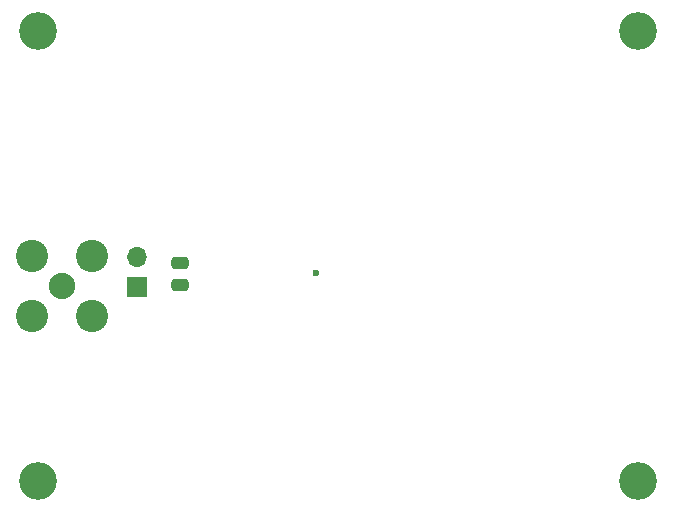
<source format=gbr>
%TF.GenerationSoftware,KiCad,Pcbnew,8.0.1*%
%TF.CreationDate,2024-06-16T17:47:39-07:00*%
%TF.ProjectId,eddy_pcb_coil,65646479-5f70-4636-925f-636f696c2e6b,rev?*%
%TF.SameCoordinates,Original*%
%TF.FileFunction,Soldermask,Top*%
%TF.FilePolarity,Negative*%
%FSLAX46Y46*%
G04 Gerber Fmt 4.6, Leading zero omitted, Abs format (unit mm)*
G04 Created by KiCad (PCBNEW 8.0.1) date 2024-06-16 17:47:39*
%MOMM*%
%LPD*%
G01*
G04 APERTURE LIST*
G04 Aperture macros list*
%AMRoundRect*
0 Rectangle with rounded corners*
0 $1 Rounding radius*
0 $2 $3 $4 $5 $6 $7 $8 $9 X,Y pos of 4 corners*
0 Add a 4 corners polygon primitive as box body*
4,1,4,$2,$3,$4,$5,$6,$7,$8,$9,$2,$3,0*
0 Add four circle primitives for the rounded corners*
1,1,$1+$1,$2,$3*
1,1,$1+$1,$4,$5*
1,1,$1+$1,$6,$7*
1,1,$1+$1,$8,$9*
0 Add four rect primitives between the rounded corners*
20,1,$1+$1,$2,$3,$4,$5,0*
20,1,$1+$1,$4,$5,$6,$7,0*
20,1,$1+$1,$6,$7,$8,$9,0*
20,1,$1+$1,$8,$9,$2,$3,0*%
G04 Aperture macros list end*
%ADD10C,3.200000*%
%ADD11R,1.700000X1.700000*%
%ADD12O,1.700000X1.700000*%
%ADD13C,0.600000*%
%ADD14C,2.240000*%
%ADD15C,2.740000*%
%ADD16RoundRect,0.250000X0.475000X-0.250000X0.475000X0.250000X-0.475000X0.250000X-0.475000X-0.250000X0*%
G04 APERTURE END LIST*
D10*
%TO.C,H4*%
X184150000Y-85090000D03*
%TD*%
%TO.C,H3*%
X133350000Y-85090000D03*
%TD*%
%TO.C,H2*%
X184150000Y-46990000D03*
%TD*%
%TO.C,H1*%
X133350000Y-46990000D03*
%TD*%
D11*
%TO.C,J2*%
X141757400Y-68686600D03*
D12*
X141757400Y-66146600D03*
%TD*%
D13*
%TO.C,L1*%
X156911200Y-67479800D03*
%TD*%
D14*
%TO.C,J1*%
X135407400Y-68554600D03*
D15*
X132867400Y-66014600D03*
X132867400Y-71094600D03*
X137947400Y-66014600D03*
X137947400Y-71094600D03*
%TD*%
D16*
%TO.C,C1*%
X145415000Y-68539400D03*
X145415000Y-66639400D03*
%TD*%
M02*

</source>
